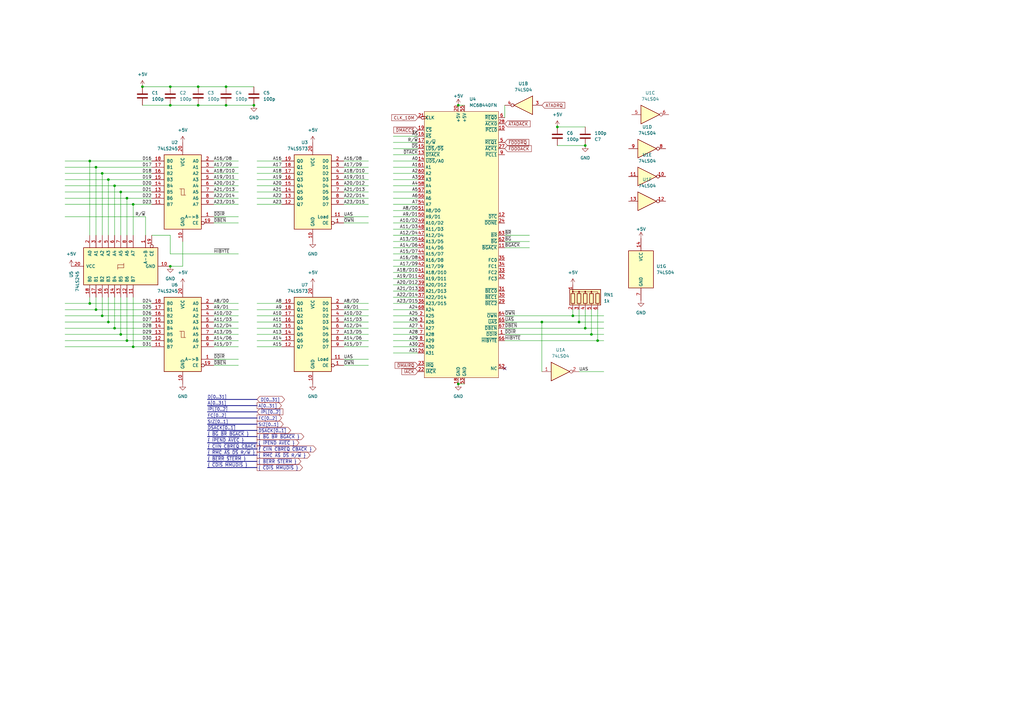
<source format=kicad_sch>
(kicad_sch (version 20230121) (generator eeschema)
  (paper "A3")
  (lib_symbols
    (symbol "74xx:74LS04"
      (property "Reference" "U" (at 0 1.27 0))
      (property "Value" "74LS04" (at 0 -1.27 0))
      (symbol "74LS04_1_0"
        (polyline (pts (xy -3.81 3.81) (xy -3.81 -3.81) (xy 3.81 0) (xy -3.81 3.81)) (stroke (width 0.254)) (fill (type background)))
        (pin input line (at -7.62 0 0) (length 3.81) (name "~") (number "1"))
        (pin output inverted (at 7.62 0 180) (length 3.81) (name "~") (number "2"))
      )
      (symbol "74LS04_2_0"
        (polyline (pts (xy -3.81 3.81) (xy -3.81 -3.81) (xy 3.81 0) (xy -3.81 3.81)) (stroke (width 0.254)) (fill (type background)))
        (pin input line (at -7.62 0 0) (length 3.81) (name "~") (number "3"))
        (pin output inverted (at 7.62 0 180) (length 3.81) (name "~") (number "4"))
      )
      (symbol "74LS04_3_0"
        (polyline (pts (xy -3.81 3.81) (xy -3.81 -3.81) (xy 3.81 0) (xy -3.81 3.81)) (stroke (width 0.254)) (fill (type background)))
        (pin input line (at -7.62 0 0) (length 3.81) (name "~") (number "5"))
        (pin output inverted (at 7.62 0 180) (length 3.81) (name "~") (number "6"))
      )
      (symbol "74LS04_4_0"
        (polyline (pts (xy -3.81 3.81) (xy -3.81 -3.81) (xy 3.81 0) (xy -3.81 3.81)) (stroke (width 0.254)) (fill (type background)))
        (pin output inverted (at 7.62 0 180) (length 3.81) (name "~") (number "8"))
        (pin input line (at -7.62 0 0) (length 3.81) (name "~") (number "9"))
      )
      (symbol "74LS04_5_0"
        (polyline (pts (xy -3.81 3.81) (xy -3.81 -3.81) (xy 3.81 0) (xy -3.81 3.81)) (stroke (width 0.254)) (fill (type background)))
        (pin output inverted (at 7.62 0 180) (length 3.81) (name "~") (number "10"))
        (pin input line (at -7.62 0 0) (length 3.81) (name "~") (number "11"))
      )
      (symbol "74LS04_6_0"
        (polyline (pts (xy -3.81 3.81) (xy -3.81 -3.81) (xy 3.81 0) (xy -3.81 3.81)) (stroke (width 0.254)) (fill (type background)))
        (pin output inverted (at 7.62 0 180) (length 3.81) (name "~") (number "12"))
        (pin input line (at -7.62 0 0) (length 3.81) (name "~") (number "13"))
      )
      (symbol "74LS04_7_0"
        (pin power_in line (at 0 12.7 270) (length 5.08) (name "VCC") (number "14"))
        (pin power_in line (at 0 -12.7 90) (length 5.08) (name "GND") (number "7"))
      )
      (symbol "74LS04_7_1"
        (rectangle (start -5.08 7.62) (end 5.08 -7.62) (stroke (width 0.254)) (fill (type background)))
      )
    )
    (symbol "74xx:74LS245" (pin_names (offset 1.016))
      (property "Reference" "U" (at -7.62 16.51 0))
      (property "Value" "74LS245" (at -7.62 -16.51 0))
      (symbol "74LS245_1_0"
        (polyline (pts (xy -0.635 -1.27) (xy -0.635 1.27) (xy 0.635 1.27)))
        (polyline (pts (xy -1.27 -1.27) (xy 0.635 -1.27) (xy 0.635 1.27) (xy 1.27 1.27)))
        (pin input line (at -12.7 -10.16 0) (length 5.08) (name "A->B") (number "1"))
        (pin power_in line (at 0 -20.32 90) (length 5.08) (name "GND") (number "10"))
        (pin tri_state line (at 12.7 -5.08 180) (length 5.08) (name "B7") (number "11"))
        (pin tri_state line (at 12.7 -2.54 180) (length 5.08) (name "B6") (number "12"))
        (pin tri_state line (at 12.7 0 180) (length 5.08) (name "B5") (number "13"))
        (pin tri_state line (at 12.7 2.54 180) (length 5.08) (name "B4") (number "14"))
        (pin tri_state line (at 12.7 5.08 180) (length 5.08) (name "B3") (number "15"))
        (pin tri_state line (at 12.7 7.62 180) (length 5.08) (name "B2") (number "16"))
        (pin tri_state line (at 12.7 10.16 180) (length 5.08) (name "B1") (number "17"))
        (pin tri_state line (at 12.7 12.7 180) (length 5.08) (name "B0") (number "18"))
        (pin input inverted (at -12.7 -12.7 0) (length 5.08) (name "CE") (number "19"))
        (pin tri_state line (at -12.7 12.7 0) (length 5.08) (name "A0") (number "2"))
        (pin power_in line (at 0 20.32 270) (length 5.08) (name "VCC") (number "20"))
        (pin tri_state line (at -12.7 10.16 0) (length 5.08) (name "A1") (number "3"))
        (pin tri_state line (at -12.7 7.62 0) (length 5.08) (name "A2") (number "4"))
        (pin tri_state line (at -12.7 5.08 0) (length 5.08) (name "A3") (number "5"))
        (pin tri_state line (at -12.7 2.54 0) (length 5.08) (name "A4") (number "6"))
        (pin tri_state line (at -12.7 0 0) (length 5.08) (name "A5") (number "7"))
        (pin tri_state line (at -12.7 -2.54 0) (length 5.08) (name "A6") (number "8"))
        (pin tri_state line (at -12.7 -5.08 0) (length 5.08) (name "A7") (number "9"))
      )
      (symbol "74LS245_1_1"
        (rectangle (start -7.62 15.24) (end 7.62 -15.24) (stroke (width 0.254)) (fill (type background)))
      )
    )
    (symbol "74xx:74LS573" (pin_names (offset 1.016))
      (property "Reference" "U" (at -7.62 16.51 0))
      (property "Value" "74LS573" (at -7.62 -16.51 0))
      (symbol "74LS573_1_0"
        (pin input inverted (at -12.7 -12.7 0) (length 5.08) (name "OE") (number "1"))
        (pin power_in line (at 0 -20.32 90) (length 5.08) (name "GND") (number "10"))
        (pin input line (at -12.7 -10.16 0) (length 5.08) (name "Load") (number "11"))
        (pin tri_state line (at 12.7 -5.08 180) (length 5.08) (name "Q7") (number "12"))
        (pin tri_state line (at 12.7 -2.54 180) (length 5.08) (name "Q6") (number "13"))
        (pin tri_state line (at 12.7 0 180) (length 5.08) (name "Q5") (number "14"))
        (pin tri_state line (at 12.7 2.54 180) (length 5.08) (name "Q4") (number "15"))
        (pin tri_state line (at 12.7 5.08 180) (length 5.08) (name "Q3") (number "16"))
        (pin tri_state line (at 12.7 7.62 180) (length 5.08) (name "Q2") (number "17"))
        (pin tri_state line (at 12.7 10.16 180) (length 5.08) (name "Q1") (number "18"))
        (pin tri_state line (at 12.7 12.7 180) (length 5.08) (name "Q0") (number "19"))
        (pin input line (at -12.7 12.7 0) (length 5.08) (name "D0") (number "2"))
        (pin power_in line (at 0 20.32 270) (length 5.08) (name "VCC") (number "20"))
        (pin input line (at -12.7 10.16 0) (length 5.08) (name "D1") (number "3"))
        (pin input line (at -12.7 7.62 0) (length 5.08) (name "D2") (number "4"))
        (pin input line (at -12.7 5.08 0) (length 5.08) (name "D3") (number "5"))
        (pin input line (at -12.7 2.54 0) (length 5.08) (name "D4") (number "6"))
        (pin input line (at -12.7 0 0) (length 5.08) (name "D5") (number "7"))
        (pin input line (at -12.7 -2.54 0) (length 5.08) (name "D6") (number "8"))
        (pin input line (at -12.7 -5.08 0) (length 5.08) (name "D7") (number "9"))
      )
      (symbol "74LS573_1_1"
        (rectangle (start -7.62 15.24) (end 7.62 -15.24) (stroke (width 0.254)) (fill (type background)))
      )
    )
    (symbol "Device:C" (pin_numbers hide) (pin_names (offset 0.254))
      (property "Reference" "C" (at 0.635 2.54 0))
      (property "Value" "C" (at 0.635 -2.54 0))
      (symbol "C_0_1"
        (polyline (pts (xy -2.032 -0.762) (xy 2.032 -0.762)) (stroke (width 0.508)))
        (polyline (pts (xy -2.032 0.762) (xy 2.032 0.762)) (stroke (width 0.508)))
      )
      (symbol "C_1_1"
        (pin passive line (at 0 3.81 270) (length 2.794) (name "~") (number "1"))
        (pin passive line (at 0 -3.81 90) (length 2.794) (name "~") (number "2"))
      )
    )
    (symbol "Device:R_Network05" (pin_names (offset 0) hide)
      (property "Reference" "RN" (at -7.62 0 90))
      (property "Value" "R_Network05" (at 7.62 0 90))
      (symbol "R_Network05_0_1"
        (rectangle (start -6.35 -3.175) (end 6.35 3.175) (stroke (width 0.254)) (fill (type background)))
        (rectangle (start -5.842 1.524) (end -4.318 -2.54) (stroke (width 0.254)))
        (circle (center -5.08 2.286) (radius 0.254) (fill (type outline)))
        (rectangle (start -3.302 1.524) (end -1.778 -2.54) (stroke (width 0.254)))
        (circle (center -2.54 2.286) (radius 0.254) (fill (type outline)))
        (rectangle (start -0.762 1.524) (end 0.762 -2.54) (stroke (width 0.254)))
        (polyline (pts (xy -5.08 -2.54) (xy -5.08 -3.81)))
        (polyline (pts (xy -2.54 -2.54) (xy -2.54 -3.81)))
        (polyline (pts (xy 0 -2.54) (xy 0 -3.81)))
        (polyline (pts (xy 2.54 -2.54) (xy 2.54 -3.81)))
        (polyline (pts (xy 5.08 -2.54) (xy 5.08 -3.81)))
        (polyline (pts (xy -5.08 1.524) (xy -5.08 2.286) (xy -2.54 2.286) (xy -2.54 1.524)))
        (polyline (pts (xy -2.54 1.524) (xy -2.54 2.286) (xy 0 2.286) (xy 0 1.524)))
        (polyline (pts (xy 0 1.524) (xy 0 2.286) (xy 2.54 2.286) (xy 2.54 1.524)))
        (polyline (pts (xy 2.54 1.524) (xy 2.54 2.286) (xy 5.08 2.286) (xy 5.08 1.524)))
        (circle (center 0 2.286) (radius 0.254) (fill (type outline)))
        (rectangle (start 1.778 1.524) (end 3.302 -2.54) (stroke (width 0.254)))
        (circle (center 2.54 2.286) (radius 0.254) (fill (type outline)))
        (rectangle (start 4.318 1.524) (end 5.842 -2.54) (stroke (width 0.254)))
      )
      (symbol "R_Network05_1_1"
        (pin passive line (at -5.08 5.08 270) (length 2.54) (name "common") (number "1"))
        (pin passive line (at -5.08 -5.08 90) (length 1.27) (name "R1") (number "2"))
        (pin passive line (at -2.54 -5.08 90) (length 1.27) (name "R2") (number "3"))
        (pin passive line (at 0 -5.08 90) (length 1.27) (name "R3") (number "4"))
        (pin passive line (at 2.54 -5.08 90) (length 1.27) (name "R4") (number "5"))
        (pin passive line (at 5.08 -5.08 90) (length 1.27) (name "R5") (number "6"))
      )
    )
    (symbol "m68k-hbc-ic:MC68440FN"
      (property "Reference" "U" (at 3.81 57.15 0))
      (property "Value" "MC68440FN" (at 0 0 0))
      (symbol "MC68440FN_1_1"
        (rectangle (start -15.24 58.42) (end 15.24 -50.8) (fill (type background)))
        (pin output line (at 17.78 -33.02 180) (length 2.54) (name "~{DDIR}") (number "1"))
        (pin bidirectional line (at 17.78 50.8 180) (length 2.54) (name "~{PCL0}") (number "10"))
        (pin bidirectional line (at 17.78 2.54 180) (length 2.54) (name "~{BGACK}") (number "11"))
        (pin output line (at 17.78 15.24 180) (length 2.54) (name "~{DTC}") (number "12"))
        (pin bidirectional line (at -17.78 40.64 0) (length 2.54) (name "~{DTACK}") (number "13"))
        (pin bidirectional line (at -17.78 38.1 0) (length 2.54) (name "~{UDS}/A0") (number "14"))
        (pin bidirectional line (at -17.78 43.18 0) (length 2.54) (name "~{LDS}/~{DS}") (number "15"))
        (pin bidirectional line (at -17.78 48.26 0) (length 2.54) (name "~{AS}") (number "16"))
        (pin bidirectional line (at -17.78 45.72 0) (length 2.54) (name "R/~{W}") (number "17"))
        (pin power_in line (at -1.27 -53.34 90) (length 2.54) (name "GND") (number "18"))
        (pin input line (at -17.78 50.8 0) (length 2.54) (name "~{CS}") (number "19"))
        (pin output line (at -17.78 -25.4 0) (length 2.54) (name "A25") (number "2"))
        (pin power_in line (at -1.27 60.96 270) (length 2.54) (name "+5V") (number "20"))
        (pin input inverted_clock (at -17.78 55.88 0) (length 2.54) (name "CLK") (number "21"))
        (pin input line (at -17.78 -48.26 0) (length 2.54) (name "~{IACK}") (number "22"))
        (pin output line (at -17.78 -45.72 0) (length 2.54) (name "~{IRQ}") (number "23"))
        (pin bidirectional line (at 17.78 12.7 180) (length 2.54) (name "~{DONE}") (number "24"))
        (pin output line (at -17.78 -38.1 0) (length 2.54) (name "A30") (number "25"))
        (pin output line (at -17.78 -40.64 0) (length 2.54) (name "A31") (number "26"))
        (pin output line (at 17.78 43.18 180) (length 2.54) (name "~{ACK1}") (number "27"))
        (pin output line (at 17.78 53.34 180) (length 2.54) (name "~{ACK0}") (number "28"))
        (pin input line (at 17.78 -20.32 180) (length 2.54) (name "~{BEC2}") (number "29"))
        (pin output line (at -17.78 -27.94 0) (length 2.54) (name "A26") (number "3"))
        (pin input line (at 17.78 -17.78 180) (length 2.54) (name "~{BEC1}") (number "30"))
        (pin input line (at 17.78 -15.24 180) (length 2.54) (name "~{BEC0}") (number "31"))
        (pin output line (at 17.78 -10.16 180) (length 2.54) (name "FC3") (number "32"))
        (pin output line (at 17.78 -7.62 180) (length 2.54) (name "FC2") (number "33"))
        (pin output line (at 17.78 -5.08 180) (length 2.54) (name "FC1") (number "34"))
        (pin output line (at 17.78 -2.54 180) (length 2.54) (name "FC0") (number "35"))
        (pin output line (at -17.78 -20.32 0) (length 2.54) (name "A23/D15") (number "36"))
        (pin output line (at -17.78 -17.78 0) (length 2.54) (name "A22/D14") (number "37"))
        (pin output line (at -17.78 -15.24 0) (length 2.54) (name "A21/D13") (number "38"))
        (pin output line (at -17.78 -12.7 0) (length 2.54) (name "A20/D12") (number "39"))
        (pin output line (at -17.78 -30.48 0) (length 2.54) (name "A27") (number "4"))
        (pin output line (at -17.78 -10.16 0) (length 2.54) (name "A19/D11") (number "40"))
        (pin output line (at -17.78 -7.62 0) (length 2.54) (name "A18/D10") (number "41"))
        (pin output line (at -17.78 -5.08 0) (length 2.54) (name "A17/D9") (number "42"))
        (pin output line (at -17.78 -2.54 0) (length 2.54) (name "A16/D8") (number "43"))
        (pin output line (at -17.78 0 0) (length 2.54) (name "A15/D7") (number "44"))
        (pin output line (at -17.78 2.54 0) (length 2.54) (name "A14/D6") (number "45"))
        (pin output line (at -17.78 5.08 0) (length 2.54) (name "A13/D5") (number "46"))
        (pin output line (at -17.78 7.62 0) (length 2.54) (name "A12/D4") (number "47"))
        (pin output line (at -17.78 10.16 0) (length 2.54) (name "A11/D3") (number "48"))
        (pin output line (at -17.78 12.7 0) (length 2.54) (name "A10/D2") (number "49"))
        (pin input line (at 17.78 45.72 180) (length 2.54) (name "~{REQ1}") (number "5"))
        (pin output line (at -17.78 15.24 0) (length 2.54) (name "A9/D1") (number "50"))
        (pin output line (at -17.78 17.78 0) (length 2.54) (name "A8/D0") (number "51"))
        (pin no_connect line (at 17.78 -46.99 180) (length 2.54) (name "NC") (number "52"))
        (pin power_in line (at 1.27 -53.34 90) (length 2.54) (name "GND") (number "53"))
        (pin bidirectional line (at -17.78 20.32 0) (length 2.54) (name "A7") (number "54"))
        (pin power_in line (at 1.27 60.96 270) (length 2.54) (name "+5V") (number "55"))
        (pin bidirectional line (at -17.78 22.86 0) (length 2.54) (name "A6") (number "56"))
        (pin bidirectional line (at -17.78 25.4 0) (length 2.54) (name "A5") (number "57"))
        (pin bidirectional line (at -17.78 27.94 0) (length 2.54) (name "A4") (number "58"))
        (pin bidirectional line (at -17.78 30.48 0) (length 2.54) (name "A3") (number "59"))
        (pin input line (at 17.78 55.88 180) (length 2.54) (name "~{REQ0}") (number "6"))
        (pin bidirectional line (at -17.78 33.02 0) (length 2.54) (name "A2") (number "60"))
        (pin bidirectional line (at -17.78 35.56 0) (length 2.54) (name "A1") (number "61"))
        (pin input line (at 17.78 5.08 180) (length 2.54) (name "~{BG}") (number "62"))
        (pin output line (at 17.78 7.62 180) (length 2.54) (name "~{BR}") (number "63"))
        (pin output line (at 17.78 -25.4 180) (length 2.54) (name "~{OWN}") (number "64"))
        (pin output line (at 17.78 -27.94 180) (length 2.54) (name "~{UAS}") (number "65"))
        (pin output line (at 17.78 -35.56 180) (length 2.54) (name "~{HIBYTE}") (number "66"))
        (pin output line (at 17.78 -30.48 180) (length 2.54) (name "~{DBEN}") (number "67"))
        (pin output line (at -17.78 -22.86 0) (length 2.54) (name "A24") (number "68"))
        (pin output line (at -17.78 -33.02 0) (length 2.54) (name "A28") (number "7"))
        (pin output line (at -17.78 -35.56 0) (length 2.54) (name "A29") (number "8"))
        (pin bidirectional line (at 17.78 40.64 180) (length 2.54) (name "~{PCL1}") (number "9"))
      )
    )
    (symbol "power:+5V" (power) (pin_names (offset 0))
      (property "Value" "+5V" (at 0 3.556 0))
      (symbol "+5V_0_1"
        (polyline (pts (xy -0.762 1.27) (xy 0 2.54)))
        (polyline (pts (xy 0 0) (xy 0 2.54)))
        (polyline (pts (xy 0 2.54) (xy 0.762 1.27)))
      )
      (symbol "+5V_1_1"
        (pin power_in line (at 0 0 90) (length 0) hide (name "+5V") (number "1"))
      )
    )
    (symbol "power:GND" (power) (pin_names (offset 0))
      (property "Value" "GND" (at 0 -3.81 0))
      (symbol "GND_0_1"
        (polyline (pts (xy 0 0) (xy 0 -1.27) (xy 1.27 -1.27) (xy 0 -2.54) (xy -1.27 -1.27) (xy 0 -1.27)))
      )
      (symbol "GND_1_1"
        (pin power_in line (at 0 0 270) (length 0) hide (name "GND") (number "1"))
      )
    )
  )
  (junction (at 49.53 137.16))
  (junction (at 69.85 43.18))
  (junction (at 54.61 83.82))
  (junction (at 46.99 134.62))
  (junction (at 222.25 132.08))
  (junction (at 242.57 137.16))
  (junction (at 36.83 124.46))
  (junction (at 44.45 73.66))
  (junction (at 41.91 129.54))
  (junction (at 69.85 35.56))
  (junction (at 245.11 139.7))
  (junction (at 41.91 71.12))
  (junction (at 52.07 139.7))
  (junction (at 228.6 52.07))
  (junction (at 240.03 134.62))
  (junction (at 39.37 68.58))
  (junction (at 81.28 35.56))
  (junction (at 49.53 78.74))
  (junction (at 39.37 127))
  (junction (at 69.85 109.22))
  (junction (at 187.96 157.48))
  (junction (at 187.96 43.18))
  (junction (at 44.45 132.08))
  (junction (at 240.03 59.69))
  (junction (at 52.07 81.28))
  (junction (at 36.83 66.04))
  (junction (at 54.61 142.24))
  (junction (at 104.14 43.18))
  (junction (at 58.42 35.56))
  (junction (at 234.95 129.54))
  (junction (at 81.28 43.18))
  (junction (at 237.49 132.08))
  (junction (at 46.99 76.2))
  (junction (at 92.71 35.56))
  (junction (at 92.71 43.18))
  (no_connect (at 207.01 151.13))
  (wire (pts (xy 161.29 121.92) (xy 171.45 121.92)))
  (wire (pts (xy 26.67 73.66) (xy 44.45 73.66)))
  (wire (pts (xy 240.03 134.62) (xy 247.65 134.62)))
  (wire (pts (xy 217.17 101.6) (xy 207.01 101.6)))
  (wire (pts (xy 97.79 139.7) (xy 87.63 139.7)))
  (wire (pts (xy 36.83 124.46) (xy 62.23 124.46)))
  (wire (pts (xy 207.01 139.7) (xy 245.11 139.7)))
  (wire (pts (xy 161.29 124.46) (xy 171.45 124.46)))
  (wire (pts (xy 161.29 88.9) (xy 171.45 88.9)))
  (wire (pts (xy 161.29 127) (xy 171.45 127)))
  (wire (pts (xy 105.41 127) (xy 115.57 127)))
  (wire (pts (xy 217.17 99.06) (xy 207.01 99.06)))
  (wire (pts (xy 69.85 96.52) (xy 69.85 104.14)))
  (wire (pts (xy 74.93 99.06) (xy 74.93 109.22)))
  (bus (pts (xy 85.09 184.15) (xy 105.41 184.15)))
  (wire (pts (xy 92.71 35.56) (xy 104.14 35.56)))
  (wire (pts (xy 240.03 134.62) (xy 240.03 127)))
  (wire (pts (xy 151.13 78.74) (xy 140.97 78.74)))
  (bus (pts (xy 85.09 179.07) (xy 105.41 179.07)))
  (wire (pts (xy 104.14 43.18) (xy 92.71 43.18)))
  (wire (pts (xy 105.41 142.24) (xy 115.57 142.24)))
  (wire (pts (xy 151.13 71.12) (xy 140.97 71.12)))
  (wire (pts (xy 39.37 127) (xy 62.23 127)))
  (bus (pts (xy 85.09 163.83) (xy 105.41 163.83)))
  (wire (pts (xy 242.57 137.16) (xy 247.65 137.16)))
  (wire (pts (xy 207.01 132.08) (xy 222.25 132.08)))
  (wire (pts (xy 245.11 139.7) (xy 247.65 139.7)))
  (wire (pts (xy 105.41 83.82) (xy 115.57 83.82)))
  (wire (pts (xy 151.13 91.44) (xy 140.97 91.44)))
  (wire (pts (xy 228.6 52.07) (xy 240.03 52.07)))
  (wire (pts (xy 54.61 83.82) (xy 62.23 83.82)))
  (wire (pts (xy 151.13 124.46) (xy 140.97 124.46)))
  (wire (pts (xy 26.67 68.58) (xy 39.37 68.58)))
  (wire (pts (xy 54.61 142.24) (xy 54.61 121.92)))
  (wire (pts (xy 58.42 35.56) (xy 69.85 35.56)))
  (wire (pts (xy 44.45 73.66) (xy 62.23 73.66)))
  (wire (pts (xy 44.45 132.08) (xy 44.45 121.92)))
  (wire (pts (xy 81.28 35.56) (xy 92.71 35.56)))
  (wire (pts (xy 39.37 127) (xy 39.37 121.92)))
  (wire (pts (xy 46.99 121.92) (xy 46.99 134.62)))
  (wire (pts (xy 161.29 63.5) (xy 171.45 63.5)))
  (wire (pts (xy 161.29 144.78) (xy 171.45 144.78)))
  (wire (pts (xy 207.01 134.62) (xy 240.03 134.62)))
  (wire (pts (xy 52.07 139.7) (xy 62.23 139.7)))
  (wire (pts (xy 97.79 83.82) (xy 87.63 83.82)))
  (wire (pts (xy 161.29 114.3) (xy 171.45 114.3)))
  (wire (pts (xy 97.79 127) (xy 87.63 127)))
  (bus (pts (xy 85.09 181.61) (xy 105.41 181.61)))
  (wire (pts (xy 105.41 124.46) (xy 115.57 124.46)))
  (bus (pts (xy 85.09 168.91) (xy 105.41 168.91)))
  (wire (pts (xy 161.29 139.7) (xy 171.45 139.7)))
  (wire (pts (xy 105.41 78.74) (xy 115.57 78.74)))
  (wire (pts (xy 39.37 68.58) (xy 62.23 68.58)))
  (wire (pts (xy 44.45 132.08) (xy 62.23 132.08)))
  (wire (pts (xy 161.29 109.22) (xy 171.45 109.22)))
  (wire (pts (xy 187.96 157.48) (xy 190.5 157.48)))
  (wire (pts (xy 161.29 78.74) (xy 171.45 78.74)))
  (wire (pts (xy 240.03 59.69) (xy 228.6 59.69)))
  (wire (pts (xy 161.29 96.52) (xy 171.45 96.52)))
  (bus (pts (xy 85.09 173.99) (xy 105.41 173.99)))
  (wire (pts (xy 26.67 127) (xy 39.37 127)))
  (wire (pts (xy 41.91 129.54) (xy 62.23 129.54)))
  (wire (pts (xy 161.29 132.08) (xy 171.45 132.08)))
  (wire (pts (xy 97.79 76.2) (xy 87.63 76.2)))
  (wire (pts (xy 62.23 96.52) (xy 69.85 96.52)))
  (wire (pts (xy 97.79 132.08) (xy 87.63 132.08)))
  (wire (pts (xy 105.41 132.08) (xy 115.57 132.08)))
  (wire (pts (xy 26.67 134.62) (xy 46.99 134.62)))
  (bus (pts (xy 85.09 191.77) (xy 105.41 191.77)))
  (wire (pts (xy 26.67 66.04) (xy 36.83 66.04)))
  (wire (pts (xy 187.96 43.18) (xy 190.5 43.18)))
  (wire (pts (xy 237.49 132.08) (xy 247.65 132.08)))
  (wire (pts (xy 26.67 78.74) (xy 49.53 78.74)))
  (wire (pts (xy 97.79 66.04) (xy 87.63 66.04)))
  (wire (pts (xy 59.69 88.9) (xy 59.69 96.52)))
  (bus (pts (xy 85.09 189.23) (xy 105.41 189.23)))
  (wire (pts (xy 105.41 71.12) (xy 115.57 71.12)))
  (wire (pts (xy 46.99 76.2) (xy 46.99 96.52)))
  (wire (pts (xy 52.07 121.92) (xy 52.07 139.7)))
  (wire (pts (xy 105.41 139.7) (xy 115.57 139.7)))
  (wire (pts (xy 151.13 83.82) (xy 140.97 83.82)))
  (wire (pts (xy 97.79 68.58) (xy 87.63 68.58)))
  (wire (pts (xy 69.85 43.18) (xy 58.42 43.18)))
  (wire (pts (xy 207.01 137.16) (xy 242.57 137.16)))
  (bus (pts (xy 85.09 186.69) (xy 105.41 186.69)))
  (wire (pts (xy 151.13 147.32) (xy 140.97 147.32)))
  (wire (pts (xy 105.41 137.16) (xy 115.57 137.16)))
  (wire (pts (xy 237.49 127) (xy 237.49 132.08)))
  (wire (pts (xy 97.79 134.62) (xy 87.63 134.62)))
  (wire (pts (xy 62.23 66.04) (xy 36.83 66.04)))
  (wire (pts (xy 26.67 142.24) (xy 54.61 142.24)))
  (wire (pts (xy 69.85 35.56) (xy 81.28 35.56)))
  (wire (pts (xy 36.83 124.46) (xy 36.83 121.92)))
  (wire (pts (xy 44.45 73.66) (xy 44.45 96.52)))
  (wire (pts (xy 161.29 119.38) (xy 171.45 119.38)))
  (wire (pts (xy 151.13 132.08) (xy 140.97 132.08)))
  (wire (pts (xy 237.49 152.4) (xy 247.65 152.4)))
  (wire (pts (xy 97.79 137.16) (xy 87.63 137.16)))
  (wire (pts (xy 161.29 58.42) (xy 171.45 58.42)))
  (wire (pts (xy 97.79 78.74) (xy 87.63 78.74)))
  (wire (pts (xy 105.41 81.28) (xy 115.57 81.28)))
  (wire (pts (xy 161.29 142.24) (xy 171.45 142.24)))
  (wire (pts (xy 26.67 76.2) (xy 46.99 76.2)))
  (wire (pts (xy 52.07 81.28) (xy 52.07 96.52)))
  (wire (pts (xy 39.37 68.58) (xy 39.37 96.52)))
  (wire (pts (xy 151.13 66.04) (xy 140.97 66.04)))
  (wire (pts (xy 26.67 129.54) (xy 41.91 129.54)))
  (wire (pts (xy 161.29 134.62) (xy 171.45 134.62)))
  (wire (pts (xy 161.29 60.96) (xy 171.45 60.96)))
  (wire (pts (xy 161.29 129.54) (xy 171.45 129.54)))
  (bus (pts (xy 85.09 166.37) (xy 105.41 166.37)))
  (wire (pts (xy 151.13 73.66) (xy 140.97 73.66)))
  (wire (pts (xy 161.29 137.16) (xy 171.45 137.16)))
  (wire (pts (xy 62.23 76.2) (xy 46.99 76.2)))
  (wire (pts (xy 92.71 43.18) (xy 81.28 43.18)))
  (wire (pts (xy 161.29 86.36) (xy 171.45 86.36)))
  (wire (pts (xy 69.85 109.22) (xy 74.93 109.22)))
  (wire (pts (xy 161.29 93.98) (xy 171.45 93.98)))
  (wire (pts (xy 49.53 78.74) (xy 62.23 78.74)))
  (wire (pts (xy 161.29 55.88) (xy 171.45 55.88)))
  (wire (pts (xy 62.23 81.28) (xy 52.07 81.28)))
  (wire (pts (xy 151.13 76.2) (xy 140.97 76.2)))
  (wire (pts (xy 245.11 139.7) (xy 245.11 127)))
  (wire (pts (xy 26.67 139.7) (xy 52.07 139.7)))
  (wire (pts (xy 161.29 73.66) (xy 171.45 73.66)))
  (wire (pts (xy 26.67 81.28) (xy 52.07 81.28)))
  (wire (pts (xy 81.28 43.18) (xy 69.85 43.18)))
  (wire (pts (xy 97.79 142.24) (xy 87.63 142.24)))
  (wire (pts (xy 151.13 81.28) (xy 140.97 81.28)))
  (wire (pts (xy 54.61 142.24) (xy 62.23 142.24)))
  (bus (pts (xy 85.09 176.53) (xy 105.41 176.53)))
  (wire (pts (xy 161.29 116.84) (xy 171.45 116.84)))
  (wire (pts (xy 161.29 66.04) (xy 171.45 66.04)))
  (wire (pts (xy 234.95 129.54) (xy 207.01 129.54)))
  (wire (pts (xy 151.13 134.62) (xy 140.97 134.62)))
  (wire (pts (xy 151.13 129.54) (xy 140.97 129.54)))
  (wire (pts (xy 105.41 134.62) (xy 115.57 134.62)))
  (wire (pts (xy 41.91 71.12) (xy 41.91 96.52)))
  (wire (pts (xy 161.29 83.82) (xy 171.45 83.82)))
  (wire (pts (xy 97.79 81.28) (xy 87.63 81.28)))
  (wire (pts (xy 97.79 129.54) (xy 87.63 129.54)))
  (wire (pts (xy 62.23 71.12) (xy 41.91 71.12)))
  (wire (pts (xy 97.79 73.66) (xy 87.63 73.66)))
  (wire (pts (xy 151.13 137.16) (xy 140.97 137.16)))
  (wire (pts (xy 49.53 137.16) (xy 49.53 121.92)))
  (wire (pts (xy 161.29 104.14) (xy 171.45 104.14)))
  (wire (pts (xy 217.17 96.52) (xy 207.01 96.52)))
  (wire (pts (xy 161.29 81.28) (xy 171.45 81.28)))
  (wire (pts (xy 54.61 96.52) (xy 54.61 83.82)))
  (wire (pts (xy 105.41 129.54) (xy 115.57 129.54)))
  (wire (pts (xy 46.99 134.62) (xy 62.23 134.62)))
  (wire (pts (xy 161.29 99.06) (xy 171.45 99.06)))
  (wire (pts (xy 234.95 127) (xy 234.95 129.54)))
  (wire (pts (xy 97.79 149.86) (xy 87.63 149.86)))
  (wire (pts (xy 151.13 127) (xy 140.97 127)))
  (wire (pts (xy 26.67 137.16) (xy 49.53 137.16)))
  (wire (pts (xy 161.29 71.12) (xy 171.45 71.12)))
  (wire (pts (xy 151.13 149.86) (xy 140.97 149.86)))
  (wire (pts (xy 49.53 78.74) (xy 49.53 96.52)))
  (wire (pts (xy 26.67 124.46) (xy 36.83 124.46)))
  (wire (pts (xy 161.29 101.6) (xy 171.45 101.6)))
  (bus (pts (xy 85.09 171.45) (xy 105.41 171.45)))
  (wire (pts (xy 222.25 132.08) (xy 222.25 152.4)))
  (wire (pts (xy 36.83 66.04) (xy 36.83 96.52)))
  (wire (pts (xy 161.29 106.68) (xy 171.45 106.68)))
  (wire (pts (xy 151.13 139.7) (xy 140.97 139.7)))
  (wire (pts (xy 105.41 76.2) (xy 115.57 76.2)))
  (wire (pts (xy 151.13 88.9) (xy 140.97 88.9)))
  (wire (pts (xy 151.13 142.24) (xy 140.97 142.24)))
  (wire (pts (xy 105.41 68.58) (xy 115.57 68.58)))
  (wire (pts (xy 105.41 73.66) (xy 115.57 73.66)))
  (wire (pts (xy 26.67 88.9) (xy 59.69 88.9)))
  (wire (pts (xy 234.95 129.54) (xy 247.65 129.54)))
  (wire (pts (xy 105.41 66.04) (xy 115.57 66.04)))
  (wire (pts (xy 161.29 111.76) (xy 171.45 111.76)))
  (wire (pts (xy 161.29 91.44) (xy 171.45 91.44)))
  (wire (pts (xy 97.79 71.12) (xy 87.63 71.12)))
  (wire (pts (xy 69.85 104.14) (xy 97.79 104.14)))
  (wire (pts (xy 49.53 137.16) (xy 62.23 137.16)))
  (wire (pts (xy 161.29 68.58) (xy 171.45 68.58)))
  (wire (pts (xy 97.79 88.9) (xy 87.63 88.9)))
  (wire (pts (xy 26.67 71.12) (xy 41.91 71.12)))
  (wire (pts (xy 97.79 124.46) (xy 87.63 124.46)))
  (wire (pts (xy 161.29 76.2) (xy 171.45 76.2)))
  (wire (pts (xy 207.01 43.18) (xy 207.01 48.26)))
  (wire (pts (xy 97.79 147.32) (xy 87.63 147.32)))
  (wire (pts (xy 242.57 137.16) (xy 242.57 127)))
  (wire (pts (xy 26.67 132.08) (xy 44.45 132.08)))
  (wire (pts (xy 41.91 121.92) (xy 41.91 129.54)))
  (wire (pts (xy 97.79 91.44) (xy 87.63 91.44)))
  (wire (pts (xy 26.67 83.82) (xy 54.61 83.82)))
  (wire (pts (xy 151.13 68.58) (xy 140.97 68.58)))
  (wire (pts (xy 222.25 132.08) (xy 237.49 132.08)))
  (label "~{HIBYTE}" (at 87.63 104.14 0))
  (label "A14{slash}D6" (at 140.97 139.7 0))
  (label "A23" (at 115.57 83.82 180))
  (label "A4" (at 171.45 76.2 180))
  (label "A10{slash}D2" (at 171.45 91.44 180))
  (label "A12{slash}D4" (at 171.45 96.52 180))
  (label "~{DBEN}" (at 87.63 149.86 0))
  (label "A16{slash}D8" (at 140.97 66.04 0))
  (label "~{BR}" (at 207.01 96.52 0))
  (label "A26" (at 171.45 132.08 180))
  (label "A3" (at 171.45 73.66 180))
  (label "{ ~{CDIS} ~{MMUDIS} }" (at 85.09 191.77 0))
  (label "A19{slash}D11" (at 87.63 73.66 0))
  (label "A18{slash}D10" (at 171.45 111.76 180))
  (label "A15{slash}D7" (at 140.97 142.24 0))
  (label "{ ~{BG} ~{BR} ~{BGACK} }" (at 85.09 179.07 0))
  (label "A25" (at 171.45 129.54 180))
  (label "A6" (at 171.45 81.28 180))
  (label "A12{slash}D4" (at 140.97 134.62 0))
  (label "A2" (at 171.45 71.12 180))
  (label "~{OWN}" (at 140.97 149.86 0))
  (label "A16{slash}D8" (at 171.45 106.68 180))
  (label "A13{slash}D5" (at 171.45 99.06 180))
  (label "D17" (at 62.23 68.58 180))
  (label "A[0..31]" (at 85.09 166.37 0))
  (label "A13{slash}D5" (at 140.97 137.16 0))
  (label "UAS" (at 140.97 147.32 0))
  (label "A21{slash}D13" (at 171.45 119.38 180))
  (label "A23{slash}D15" (at 140.97 83.82 0))
  (label "A11{slash}D3" (at 87.63 132.08 0))
  (label "A8{slash}D0" (at 87.63 124.46 0))
  (label "A10" (at 115.57 129.54 180))
  (label "SIZ[0..1]" (at 85.09 173.99 0))
  (label "A20{slash}D12" (at 140.97 76.2 0))
  (label "A22{slash}D14" (at 140.97 81.28 0))
  (label "A9{slash}D1" (at 171.45 88.9 180))
  (label "~{BG}" (at 207.01 99.06 0))
  (label "D19" (at 62.23 73.66 180))
  (label "A9{slash}D1" (at 140.97 127 0))
  (label "A22{slash}D14" (at 87.63 81.28 0))
  (label "A15{slash}D7" (at 171.45 104.14 180))
  (label "A17" (at 115.57 68.58 180))
  (label "A17{slash}D9" (at 87.63 68.58 0))
  (label "A14{slash}D6" (at 87.63 139.7 0))
  (label "{ ~{IPEND} ~{AVEC} }" (at 85.09 181.61 0))
  (label "A9" (at 115.57 127 180))
  (label "D21" (at 62.23 78.74 180))
  (label "A8{slash}D0" (at 140.97 124.46 0))
  (label "A1" (at 171.45 68.58 180))
  (label "A22" (at 115.57 81.28 180))
  (label "A16" (at 115.57 66.04 180))
  (label "~{IPL[0..2]}" (at 85.09 168.91 0))
  (label "~{OWN}" (at 207.01 129.54 0))
  (label "D23" (at 62.23 83.82 180))
  (label "A31" (at 171.45 144.78 180))
  (label "A12" (at 115.57 134.62 180))
  (label "A19" (at 115.57 73.66 180))
  (label "D24" (at 62.23 124.46 180))
  (label "A17{slash}D9" (at 171.45 109.22 180))
  (label "D25" (at 62.23 127 180))
  (label "{ ~{CIIN} ~{CBREQ} ~{CBACK} }" (at 85.09 184.15 0))
  (label "A13" (at 115.57 137.16 180))
  (label "~{DSACK[0..1]}" (at 85.09 176.53 0))
  (label "A15{slash}D7" (at 87.63 142.24 0))
  (label "A16{slash}D8" (at 87.63 66.04 0))
  (label "~{OWN}" (at 140.97 91.44 0))
  (label "~{DS}" (at 171.45 60.96 180))
  (label "A8" (at 115.57 124.46 180))
  (label "A21{slash}D13" (at 87.63 78.74 0))
  (label "A24" (at 171.45 127 180))
  (label "A13{slash}D5" (at 87.63 137.16 0))
  (label "A5" (at 171.45 78.74 180))
  (label "~{DBEN}" (at 207.01 134.62 0))
  (label "~{AS}" (at 171.45 55.88 180))
  (label "A14" (at 115.57 139.7 180))
  (label "A11{slash}D3" (at 171.45 93.98 180))
  (label "A27" (at 171.45 134.62 180))
  (label "A20" (at 115.57 76.2 180))
  (label "D[0..31]" (at 85.09 163.83 0))
  (label "{ ~{RMC} ~{AS} ~{DS} R{slash}~{W} }" (at 85.09 186.69 0))
  (label "D26" (at 62.23 129.54 180))
  (label "A10{slash}D2" (at 140.97 129.54 0))
  (label "~{DDIR}" (at 87.63 147.32 0))
  (label "UAS" (at 140.97 88.9 0))
  (label "A0" (at 171.45 66.04 180))
  (label "A21" (at 115.57 78.74 180))
  (label "FC[0..2]" (at 85.09 171.45 0))
  (label "A19{slash}D11" (at 171.45 114.3 180))
  (label "~{HIBYTE}" (at 207.01 139.7 0))
  (label "A20{slash}D12" (at 171.45 116.84 180))
  (label "A21{slash}D13" (at 140.97 78.74 0))
  (label "{ ~{BERR} ~{STERM} }" (at 85.09 189.23 0))
  (label "~{DDIR}" (at 87.63 88.9 0))
  (label "R{slash}~{W}" (at 171.45 58.42 180))
  (label "A19{slash}D11" (at 140.97 73.66 0))
  (label "A18{slash}D10" (at 87.63 71.12 0))
  (label "A28" (at 171.45 137.16 180))
  (label "A22{slash}D14" (at 171.45 121.92 180))
  (label "A23{slash}D15" (at 171.45 124.46 180))
  (label "A11{slash}D3" (at 140.97 132.08 0))
  (label "A11" (at 115.57 132.08 180))
  (label "D31" (at 62.23 142.24 180))
  (label "~{UAS}" (at 207.01 132.08 0))
  (label "A20{slash}D12" (at 87.63 76.2 0))
  (label "D20" (at 62.23 76.2 180))
  (label "A10{slash}D2" (at 87.63 129.54 0))
  (label "~{BGACK}" (at 207.01 101.6 0))
  (label "~{DTACK}" (at 171.45 63.5 180))
  (label "D28" (at 62.23 134.62 180))
  (label "D30" (at 62.23 139.7 180))
  (label "A9{slash}D1" (at 87.63 127 0))
  (label "UAS" (at 237.49 152.4 0))
  (label "D16" (at 62.23 66.04 180))
  (label "A14{slash}D6" (at 171.45 101.6 180))
  (label "A18" (at 115.57 71.12 180))
  (label "A30" (at 171.45 142.24 180))
  (label "R{slash}~{W}" (at 59.69 88.9 180))
  (label "A12{slash}D4" (at 87.63 134.62 0))
  (label "A8{slash}D0" (at 171.45 86.36 180))
  (label "A29" (at 171.45 139.7 180))
  (label "A18{slash}D10" (at 140.97 71.12 0))
  (label "D18" (at 62.23 71.12 180))
  (label "A17{slash}D9" (at 140.97 68.58 0))
  (label "D29" (at 62.23 137.16 180))
  (label "~{DBEN}" (at 87.63 91.44 0))
  (label "A15" (at 115.57 142.24 180))
  (label "~{DDIR}" (at 207.01 137.16 0))
  (label "D22" (at 62.23 81.28 180))
  (label "A7" (at 171.45 83.82 180))
  (label "D27" (at 62.23 132.08 180))
  (label "A23{slash}D15" (at 87.63 83.82 0))
  (global_label "~{IPL[0..2]}" (shape input) (at 105.41 168.91 0) (property "Intersheetrefs" "${INTERSHEET_REFS}" (effects hide)))
  (global_label "ATADRQ" (shape input) (at 222.25 43.18 0) (property "Intersheetrefs" "${INTERSHEET_REFS}" (effects hide)))
  (global_label "{ ~{RMC} ~{AS} ~{DS} R{slash}~{W} }" (shape output) (at 105.41 186.69 0) (property "Intersheetrefs" "${INTERSHEET_REFS}" (effects hide)))
  (global_label "A[0..31]" (shape output) (at 105.41 166.37 0) (property "Intersheetrefs" "${INTERSHEET_REFS}" (effects hide)))
  (global_label "{ ~{IPEND} ~{AVEC} }" (shape output) (at 105.41 181.61 0) (property "Intersheetrefs" "${INTERSHEET_REFS}" (effects hide)))
  (global_label "~{FDDDRQ}" (shape input) (at 207.01 58.42 0) (property "Intersheetrefs" "${INTERSHEET_REFS}" (effects hide)))
  (global_label "~{DSACK[0..1]}" (shape output) (at 105.41 176.53 0) (property "Intersheetrefs" "${INTERSHEET_REFS}" (effects hide)))
  (global_label "~{DMACCS}" (shape input) (at 171.45 53.34 180) (property "Intersheetrefs" "${INTERSHEET_REFS}" (effects hide)))
  (global_label "{ ~{BERR} ~{STERM} }" (shape output) (at 105.41 189.23 0) (property "Intersheetrefs" "${INTERSHEET_REFS}" (effects hide)))
  (global_label "CLK_10M" (shape input) (at 171.45 48.26 180) (property "Intersheetrefs" "${INTERSHEET_REFS}" (effects hide)))
  (global_label "{ ~{CDIS} ~{MMUDIS} }" (shape output) (at 105.41 191.77 0) (property "Intersheetrefs" "${INTERSHEET_REFS}" (effects hide)))
  (global_label "{ ~{BG} ~{BR} ~{BGACK} }" (shape output) (at 105.41 179.07 0) (property "Intersheetrefs" "${INTERSHEET_REFS}" (effects hide)))
  (global_label "SIZ[0..1]" (shape output) (at 105.41 173.99 0) (property "Intersheetrefs" "${INTERSHEET_REFS}" (effects hide)))
  (global_label "~{DMAIRQ}" (shape input) (at 171.45 149.86 180) (property "Intersheetrefs" "${INTERSHEET_REFS}" (effects hide)))
  (global_label "D[0..31]" (shape bidirectional) (at 105.41 163.83 0) (property "Intersheetrefs" "${INTERSHEET_REFS}" (effects hide)))
  (global_label "~{FDDDACK}" (shape input) (at 207.01 60.96 0) (property "Intersheetrefs" "${INTERSHEET_REFS}" (effects hide)))
  (global_label "FC[0..2]" (shape output) (at 105.41 171.45 0) (property "Intersheetrefs" "${INTERSHEET_REFS}" (effects hide)))
  (global_label "~{IACK}" (shape input) (at 171.45 152.4 180) (property "Intersheetrefs" "${INTERSHEET_REFS}" (effects hide)))
  (global_label "{ ~{CIIN} ~{CBREQ} ~{CBACK} }" (shape output) (at 105.41 184.15 0) (property "Intersheetrefs" "${INTERSHEET_REFS}" (effects hide)))
  (global_label "~{ATADACK}" (shape input) (at 207.01 50.8 0) (property "Intersheetrefs" "${INTERSHEET_REFS}" (effects hide)))
  (symbol (lib_id "power:+5V") (at 262.89 97.79 0) (unit 1)
    (property "Reference" "#PWR08" (effects hide))
    (property "Value" "+5V" (at 262.89 93.98 0))
    (instances (project "m68k-hbc" (path "" (reference "#PWR08") (unit 1)) (path "" (reference "#PWR0243") (unit 1))))
  )
  (symbol (lib_id "power:+5V") (at 228.6 52.07 0) (unit 1)
    (property "Reference" "#PWR04" (effects hide))
    (property "Value" "+5V" (at 228.6 46.99 0))
    (instances (project "m68k-hbc" (path "" (reference "#PWR04") (unit 1)) (path "" (reference "#PWR0239") (unit 1))))
  )
  (symbol (lib_id "74xx:74LS573") (at 128.27 78.74 0) (mirror y) (unit 1)
    (property "Reference" "U3" (at 126.3141 58.42 0) (effects (justify left)))
    (property "Value" "74LS573" (at 126.3141 60.96 0) (effects (justify left)))
    (property "Footprint" "Package_SO:SOIC-20W_7.5x12.8mm_P1.27mm" (effects hide))
    (property "Datasheet" "74xx/74hc573.pdf" (effects hide))
    (instances (project "m68k-hbc" (path "" (reference "U3") (unit 1)) (path "" (reference "U26") (unit 1))))
  )
  (symbol (lib_id "74xx:74LS04") (at 262.89 110.49 0) (unit 7)
    (property "Reference" "U1" (at 269.24 109.22 0) (effects (justify left)))
    (property "Value" "74LS04" (at 269.24 111.76 0) (effects (justify left)))
    (property "Footprint" "Package_SO:SOIC-14W_7.5x9mm_P1.27mm" (effects hide))
    (property "Datasheet" "http://www.ti.com/lit/gpn/sn74LS04" (effects hide))
    (instances (project "m68k-hbc" (path "" (reference "U1") (unit 7)) (path "" (reference "U24") (unit 7))))
  )
  (symbol (lib_id "74xx:74LS04") (at 265.43 60.96 0) (unit 4)
    (property "Reference" "U1" (at 265.43 52.07 0))
    (property "Value" "74LS04" (at 265.43 54.61 0))
    (property "Footprint" "Package_SO:SOIC-14W_7.5x9mm_P1.27mm" (effects hide))
    (property "Datasheet" "http://www.ti.com/lit/gpn/sn74LS04" (effects hide))
    (instances (project "m68k-hbc" (path "" (reference "U1") (unit 4)) (path "" (reference "U24") (unit 4))))
  )
  (symbol (lib_id "power:+5V") (at 74.93 116.84 0) (unit 1)
    (property "Reference" "#PWR012" (effects hide))
    (property "Value" "+5V" (at 74.93 111.76 0))
    (instances (project "m68k-hbc" (path "" (reference "#PWR012") (unit 1)) (path "" (reference "#PWR0247") (unit 1))))
  )
  (symbol (lib_id "power:+5V") (at 128.27 58.42 0) (unit 1)
    (property "Reference" "#PWR06" (effects hide))
    (property "Value" "+5V" (at 128.27 53.34 0))
    (instances (project "m68k-hbc" (path "" (reference "#PWR06") (unit 1)) (path "" (reference "#PWR0241") (unit 1))))
  )
  (symbol (lib_id "Device:C") (at 81.28 39.37 0) (unit 1)
    (property "Reference" "C3" (at 85.09 38.1 0) (effects (justify left)))
    (property "Value" "100p" (at 85.09 40.64 0) (effects (justify left)))
    (property "Footprint" "Capacitor_SMD:C_1206_3216Metric_Pad1.33x1.80mm_HandSolder" (effects hide))
    (instances (project "m68k-hbc" (path "" (reference "C3") (unit 1)) (path "" (reference "C40") (unit 1)) (path "" (reference "C81") (unit 1))))
  )
  (symbol (lib_id "74xx:74LS04") (at 265.43 72.39 0) (unit 5)
    (property "Reference" "U1" (at 265.43 63.5 0))
    (property "Value" "74LS04" (at 265.43 66.04 0))
    (property "Footprint" "Package_SO:SOIC-14W_7.5x9mm_P1.27mm" (effects hide))
    (property "Datasheet" "http://www.ti.com/lit/gpn/sn74LS04" (effects hide))
    (instances (project "m68k-hbc" (path "" (reference "U1") (unit 5)) (path "" (reference "U24") (unit 5))))
  )
  (symbol (lib_id "power:+5V") (at 58.42 35.56 0) (unit 1)
    (property "Reference" "#PWR01" (effects hide))
    (property "Value" "+5V" (at 58.42 30.48 0))
    (instances (project "m68k-hbc" (path "" (reference "#PWR01") (unit 1)) (path "" (reference "#PWR0206") (unit 1)) (path "" (reference "#PWR0236") (unit 1))))
  )
  (symbol (lib_id "power:GND") (at 74.93 157.48 0) (unit 1)
    (property "Reference" "#PWR016" (effects hide))
    (property "Value" "GND" (at 74.93 162.56 0))
    (instances (project "m68k-hbc" (path "" (reference "#PWR016") (unit 1)) (path "" (reference "#PWR0251") (unit 1))))
  )
  (symbol (lib_id "power:GND") (at 240.03 59.69 0) (unit 1)
    (property "Reference" "#PWR07" (effects hide))
    (property "Value" "GND" (at 240.03 64.77 0))
    (instances (project "m68k-hbc" (path "" (reference "#PWR07") (unit 1)) (path "" (reference "#PWR0242") (unit 1))))
  )
  (symbol (lib_id "power:+5V") (at 234.95 116.84 0) (unit 1)
    (property "Reference" "#PWR014" (effects hide))
    (property "Value" "+5V" (at 234.95 111.76 0))
    (instances (project "m68k-hbc" (path "" (reference "#PWR014") (unit 1)) (path "" (reference "#PWR0249") (unit 1))))
  )
  (symbol (lib_id "Device:C") (at 92.71 39.37 0) (unit 1)
    (property "Reference" "C4" (at 96.52 38.1 0) (effects (justify left)))
    (property "Value" "100p" (at 96.52 40.64 0) (effects (justify left)))
    (property "Footprint" "Capacitor_SMD:C_1206_3216Metric_Pad1.33x1.80mm_HandSolder" (effects hide))
    (instances (project "m68k-hbc" (path "" (reference "C4") (unit 1)) (path "" (reference "C41") (unit 1)) (path "" (reference "C82") (unit 1))))
  )
  (symbol (lib_id "m68k-hbc-ic:MC68440FN") (at 189.23 104.14 0) (unit 1)
    (property "Reference" "U4" (at 192.4929 40.64 0) (effects (justify left)))
    (property "Value" "MC68440FN" (at 192.4929 43.18 0) (effects (justify left)))
    (property "Footprint" "Package_LCC:PLCC-68_THT-Socket" (effects hide))
    (instances (project "m68k-hbc" (path "" (reference "U4") (unit 1)) (path "" (reference "U27") (unit 1))))
  )
  (symbol (lib_id "power:GND") (at 128.27 99.06 0) (unit 1)
    (property "Reference" "#PWR09" (effects hide))
    (property "Value" "GND" (at 128.27 104.14 0))
    (instances (project "m68k-hbc" (path "" (reference "#PWR09") (unit 1)) (path "" (reference "#PWR0244") (unit 1))))
  )
  (symbol (lib_id "Device:C") (at 240.03 55.88 0) (mirror x) (unit 1)
    (property "Reference" "C7" (at 243.84 57.15 0) (effects (justify left)))
    (property "Value" "100p" (at 243.84 54.61 0) (effects (justify left)))
    (property "Footprint" "Capacitor_SMD:C_1206_3216Metric_Pad1.33x1.80mm_HandSolder" (effects hide))
    (instances (project "m68k-hbc" (path "" (reference "C7") (unit 1)) (path "" (reference "C85") (unit 1))))
  )
  (symbol (lib_id "74xx:74LS04") (at 265.43 82.55 0) (unit 6)
    (property "Reference" "U1" (at 265.43 73.66 0))
    (property "Value" "74LS04" (at 265.43 76.2 0))
    (property "Footprint" "Package_SO:SOIC-14W_7.5x9mm_P1.27mm" (effects hide))
    (property "Datasheet" "http://www.ti.com/lit/gpn/sn74LS04" (effects hide))
    (instances (project "m68k-hbc" (path "" (reference "U1") (unit 6)) (path "" (reference "U24") (unit 6))))
  )
  (symbol (lib_id "Device:C") (at 69.85 39.37 0) (unit 1)
    (property "Reference" "C2" (at 73.66 38.1 0) (effects (justify left)))
    (property "Value" "100p" (at 73.66 40.64 0) (effects (justify left)))
    (property "Footprint" "Capacitor_SMD:C_1206_3216Metric_Pad1.33x1.80mm_HandSolder" (effects hide))
    (instances (project "m68k-hbc" (path "" (reference "C2") (unit 1)) (path "" (reference "C39") (unit 1)) (path "" (reference "C80") (unit 1))))
  )
  (symbol (lib_id "power:GND") (at 262.89 123.19 0) (unit 1)
    (property "Reference" "#PWR015" (effects hide))
    (property "Value" "GND" (at 262.89 128.27 0))
    (instances (project "m68k-hbc" (path "" (reference "#PWR015") (unit 1)) (path "" (reference "#PWR0250") (unit 1))))
  )
  (symbol (lib_id "74xx:74LS573") (at 128.27 137.16 0) (mirror y) (unit 1)
    (property "Reference" "U7" (at 126.3141 116.84 0) (effects (justify left)))
    (property "Value" "74LS573" (at 126.3141 119.38 0) (effects (justify left)))
    (property "Footprint" "Package_SO:SOIC-20W_7.5x12.8mm_P1.27mm" (effects hide))
    (property "Datasheet" "74xx/74hc573.pdf" (effects hide))
    (instances (project "m68k-hbc" (path "" (reference "U7") (unit 1)) (path "" (reference "U30") (unit 1))))
  )
  (symbol (lib_id "74xx:74LS245") (at 74.93 78.74 0) (mirror y) (unit 1)
    (property "Reference" "U2" (at 72.9741 58.42 0) (effects (justify left)))
    (property "Value" "74LS245" (at 72.9741 60.96 0) (effects (justify left)))
    (property "Footprint" "Package_SO:SOIC-20W_7.5x12.8mm_P1.27mm" (effects hide))
    (property "Datasheet" "http://www.ti.com/lit/gpn/sn74LS245" (effects hide))
    (instances (project "m68k-hbc" (path "" (reference "U2") (unit 1)) (path "" (reference "U25") (unit 1))))
  )
  (symbol (lib_id "Device:R_Network05") (at 240.03 121.92 0) (unit 1)
    (property "Reference" "RN1" (at 247.65 120.904 0) (effects (justify left)))
    (property "Value" "1k" (at 247.65 123.444 0) (effects (justify left)))
    (property "Footprint" "Resistor_THT:R_Array_SIP6" (effects hide))
    (property "Datasheet" "http://www.vishay.com/docs/31509/csc.pdf" (effects hide))
    (instances (project "m68k-hbc" (path "" (reference "RN1") (unit 1)) (path "" (reference "RN10") (unit 1))))
  )
  (symbol (lib_id "power:GND") (at 104.14 43.18 0) (unit 1)
    (property "Reference" "#PWR02" (effects hide))
    (property "Value" "GND" (at 104.14 48.26 0))
    (instances (project "m68k-hbc" (path "" (reference "#PWR02") (unit 1)) (path "" (reference "#PWR0207") (unit 1)) (path "" (reference "#PWR0237") (unit 1))))
  )
  (symbol (lib_id "Device:C") (at 58.42 39.37 0) (unit 1)
    (property "Reference" "C1" (at 62.23 38.1 0) (effects (justify left)))
    (property "Value" "100p" (at 62.23 40.64 0) (effects (justify left)))
    (property "Footprint" "Capacitor_SMD:C_1206_3216Metric_Pad1.33x1.80mm_HandSolder" (effects hide))
    (instances (project "m68k-hbc" (path "" (reference "C1") (unit 1)) (path "" (reference "C38") (unit 1)) (path "" (reference "C79") (unit 1))))
  )
  (symbol (lib_id "74xx:74LS245") (at 74.93 137.16 0) (mirror y) (unit 1)
    (property "Reference" "U6" (at 72.9741 116.84 0) (effects (justify left)))
    (property "Value" "74LS245" (at 72.9741 119.38 0) (effects (justify left)))
    (property "Footprint" "Package_SO:SOIC-20W_7.5x12.8mm_P1.27mm" (effects hide))
    (property "Datasheet" "http://www.ti.com/lit/gpn/sn74LS245" (effects hide))
    (instances (project "m68k-hbc" (path "" (reference "U6") (unit 1)) (path "" (reference "U29") (unit 1))))
  )
  (symbol (lib_id "power:+5V") (at 187.96 43.18 0) (unit 1)
    (property "Reference" "#PWR03" (effects hide))
    (property "Value" "+5V" (at 187.96 39.37 0))
    (instances (project "m68k-hbc" (path "" (reference "#PWR03") (unit 1)) (path "" (reference "#PWR0238") (unit 1))))
  )
  (symbol (lib_id "74xx:74LS245") (at 49.53 109.22 90) (mirror x) (unit 1)
    (property "Reference" "U5" (at 29.21 111.1759 0) (effects (justify left)))
    (property "Value" "74LS245" (at 31.75 111.1759 0) (effects (justify left)))
    (property "Footprint" "Package_SO:SOIC-20W_7.5x12.8mm_P1.27mm" (effects hide))
    (property "Datasheet" "http://www.ti.com/lit/gpn/sn74LS245" (effects hide))
    (instances (project "m68k-hbc" (path "" (reference "U5") (unit 1)) (path "" (reference "U28") (unit 1))))
  )
  (symbol (lib_id "power:+5V") (at 74.93 58.42 0) (unit 1)
    (property "Reference" "#PWR05" (effects hide))
    (property "Value" "+5V" (at 74.93 53.34 0))
    (instances (project "m68k-hbc" (path "" (reference "#PWR05") (unit 1)) (path "" (reference "#PWR0240") (unit 1))))
  )
  (symbol (lib_id "power:GND") (at 128.27 157.48 0) (unit 1)
    (property "Reference" "#PWR017" (effects hide))
    (property "Value" "GND" (at 128.27 162.56 0))
    (instances (project "m68k-hbc" (path "" (reference "#PWR017") (unit 1)) (path "" (reference "#PWR0252") (unit 1))))
  )
  (symbol (lib_id "74xx:74LS04") (at 266.7 46.99 0) (unit 3)
    (property "Reference" "U1" (at 266.7 38.1 0))
    (property "Value" "74LS04" (at 266.7 40.64 0))
    (property "Footprint" "Package_SO:SOIC-14W_7.5x9mm_P1.27mm" (effects hide))
    (property "Datasheet" "http://www.ti.com/lit/gpn/sn74LS04" (effects hide))
    (instances (project "m68k-hbc" (path "" (reference "U1") (unit 3)) (path "" (reference "U24") (unit 3))))
  )
  (symbol (lib_id "Device:C") (at 104.14 39.37 0) (unit 1)
    (property "Reference" "C5" (at 107.95 38.1 0) (effects (justify left)))
    (property "Value" "100p" (at 107.95 40.64 0) (effects (justify left)))
    (property "Footprint" "Capacitor_SMD:C_1206_3216Metric_Pad1.33x1.80mm_HandSolder" (effects hide))
    (instances (project "m68k-hbc" (path "" (reference "C5") (unit 1)) (path "" (reference "C42") (unit 1)) (path "" (reference "C83") (unit 1))))
  )
  (symbol (lib_id "power:GND") (at 187.96 157.48 0) (unit 1)
    (property "Reference" "#PWR018" (effects hide))
    (property "Value" "GND" (at 187.96 162.56 0))
    (instances (project "m68k-hbc" (path "" (reference "#PWR018") (unit 1)) (path "" (reference "#PWR0253") (unit 1))))
  )
  (symbol (lib_id "power:+5V") (at 29.21 109.22 0) (unit 1)
    (property "Reference" "#PWR010" (effects hide))
    (property "Value" "+5V" (at 29.21 104.14 0))
    (instances (project "m68k-hbc" (path "" (reference "#PWR010") (unit 1)) (path "" (reference "#PWR0245") (unit 1))))
  )
  (symbol (lib_id "74xx:74LS04") (at 214.63 43.18 0) (mirror y) (unit 2)
    (property "Reference" "U1" (at 214.63 34.29 0))
    (property "Value" "74LS04" (at 214.63 36.83 0))
    (property "Footprint" "Package_SO:SOIC-14W_7.5x9mm_P1.27mm" (effects hide))
    (property "Datasheet" "http://www.ti.com/lit/gpn/sn74LS04" (effects hide))
    (instances (project "m68k-hbc" (path "" (reference "U1") (unit 2)) (path "" (reference "U24") (unit 2))))
  )
  (symbol (lib_id "Device:C") (at 228.6 55.88 0) (unit 1)
    (property "Reference" "C6" (at 232.41 54.61 0) (effects (justify left)))
    (property "Value" "100p" (at 232.41 57.15 0) (effects (justify left)))
    (property "Footprint" "Capacitor_SMD:C_1206_3216Metric_Pad1.33x1.80mm_HandSolder" (effects hide))
    (instances (project "m68k-hbc" (path "" (reference "C6") (unit 1)) (path "" (reference "C84") (unit 1))))
  )
  (symbol (lib_id "power:+5V") (at 128.27 116.84 0) (unit 1)
    (property "Reference" "#PWR013" (effects hide))
    (property "Value" "+5V" (at 128.27 111.76 0))
    (instances (project "m68k-hbc" (path "" (reference "#PWR013") (unit 1)) (path "" (reference "#PWR0248") (unit 1))))
  )
  (symbol (lib_id "74xx:74LS04") (at 229.87 152.4 0) (unit 1)
    (property "Reference" "U1" (at 229.87 143.51 0))
    (property "Value" "74LS04" (at 229.87 146.05 0))
    (property "Footprint" "Package_SO:SOIC-14W_7.5x9mm_P1.27mm" (effects hide))
    (property "Datasheet" "http://www.ti.com/lit/gpn/sn74LS04" (effects hide))
    (instances (project "m68k-hbc" (path "" (reference "U1") (unit 1)) (path "" (reference "U24") (unit 1))))
  )
  (symbol (lib_id "power:GND") (at 69.85 109.22 0) (unit 1)
    (property "Reference" "#PWR011" (effects hide))
    (property "Value" "GND" (at 69.85 114.3 0))
    (instances (project "m68k-hbc" (path "" (reference "#PWR011") (unit 1)) (path "" (reference "#PWR0246") (unit 1))))
  )
)
</source>
